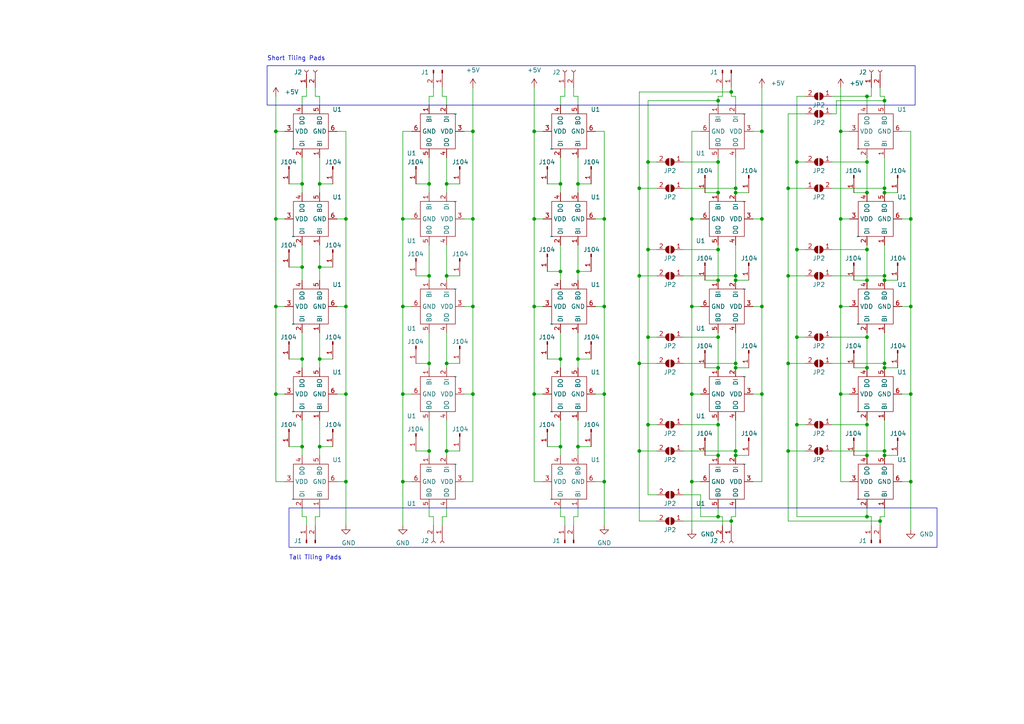
<source format=kicad_sch>
(kicad_sch (version 20230121) (generator eeschema)
  (paper "A4")
  (junction (at 167.64 53.34))
  (junction (at 87.63 104.14))
  (junction (at 208.28 81.28))
  (junction (at 185.42 130.81))
  (junction (at 137.16 88.9))
  (junction (at 137.16 38.1))
  (junction (at 124.46 80.01))
  (junction (at 213.36 105.41))
  (junction (at 231.14 72.39))
  (junction (at 137.16 63.5))
  (junction (at 256.54 54.61))
  (junction (at 187.96 72.39))
  (junction (at 80.01 88.9))
  (junction (at 154.94 38.1))
  (junction (at 124.46 53.34))
  (junction (at 213.36 130.81))
  (junction (at 187.96 123.19))
  (junction (at 251.46 149.86))
  (junction (at 208.28 149.86))
  (junction (at 154.94 88.9))
  (junction (at 92.71 77.47))
  (junction (at 175.26 63.5))
  (junction (at 154.94 114.3))
  (junction (at 243.84 114.3))
  (junction (at 200.66 114.3))
  (junction (at 175.26 88.9))
  (junction (at 213.36 54.61))
  (junction (at 231.14 123.19))
  (junction (at 208.28 123.19))
  (junction (at 231.14 97.79))
  (junction (at 256.54 29.21))
  (junction (at 100.33 114.3))
  (junction (at 208.28 29.21))
  (junction (at 167.64 104.14))
  (junction (at 256.54 55.88))
  (junction (at 208.28 97.79))
  (junction (at 251.46 81.28))
  (junction (at 208.28 46.99))
  (junction (at 251.46 123.19))
  (junction (at 162.56 104.14))
  (junction (at 228.6 54.61))
  (junction (at 220.98 38.1))
  (junction (at 208.28 55.88))
  (junction (at 264.16 88.9))
  (junction (at 213.36 80.01))
  (junction (at 116.84 139.7))
  (junction (at 208.28 72.39))
  (junction (at 231.14 46.99))
  (junction (at 124.46 130.81))
  (junction (at 264.16 139.7))
  (junction (at 200.66 139.7))
  (junction (at 185.42 80.01))
  (junction (at 92.71 104.14))
  (junction (at 213.36 106.68))
  (junction (at 187.96 97.79))
  (junction (at 80.01 63.5))
  (junction (at 256.54 106.68))
  (junction (at 100.33 88.9))
  (junction (at 162.56 53.34))
  (junction (at 187.96 46.99))
  (junction (at 87.63 53.34))
  (junction (at 129.54 80.01))
  (junction (at 100.33 63.5))
  (junction (at 167.64 78.74))
  (junction (at 200.66 63.5))
  (junction (at 80.01 114.3))
  (junction (at 175.26 139.7))
  (junction (at 256.54 130.81))
  (junction (at 256.54 132.08))
  (junction (at 243.84 88.9))
  (junction (at 220.98 114.3))
  (junction (at 220.98 63.5))
  (junction (at 129.54 130.81))
  (junction (at 124.46 105.41))
  (junction (at 116.84 88.9))
  (junction (at 251.46 72.39))
  (junction (at 116.84 63.5))
  (junction (at 256.54 80.01))
  (junction (at 87.63 77.47))
  (junction (at 92.71 53.34))
  (junction (at 213.36 55.88))
  (junction (at 162.56 78.74))
  (junction (at 251.46 55.88))
  (junction (at 256.54 81.28))
  (junction (at 213.36 81.28))
  (junction (at 200.66 88.9))
  (junction (at 243.84 63.5))
  (junction (at 243.84 38.1))
  (junction (at 80.01 38.1))
  (junction (at 220.98 88.9))
  (junction (at 175.26 114.3))
  (junction (at 251.46 27.94))
  (junction (at 162.56 129.54))
  (junction (at 129.54 105.41))
  (junction (at 116.84 114.3))
  (junction (at 100.33 139.7))
  (junction (at 251.46 97.79))
  (junction (at 264.16 114.3))
  (junction (at 264.16 63.5))
  (junction (at 251.46 106.68))
  (junction (at 251.46 132.08))
  (junction (at 185.42 54.61))
  (junction (at 213.36 132.08))
  (junction (at 167.64 129.54))
  (junction (at 87.63 129.54))
  (junction (at 251.46 46.99))
  (junction (at 185.42 105.41))
  (junction (at 256.54 105.41))
  (junction (at 228.6 105.41))
  (junction (at 208.28 106.68))
  (junction (at 208.28 132.08))
  (junction (at 228.6 130.81))
  (junction (at 212.09 26.67))
  (junction (at 212.09 151.13))
  (junction (at 92.71 129.54))
  (junction (at 255.27 151.13))
  (junction (at 154.94 63.5))
  (junction (at 129.54 53.34))
  (junction (at 137.16 114.3))
  (junction (at 228.6 80.01))
  (wire (pts (xy 162.56 104.14) (xy 162.56 96.52)))
  (wire (pts (xy 129.54 106.68) (xy 129.54 105.41)))
  (wire (pts (xy 228.6 130.81) (xy 228.6 105.41)))
  (wire (pts (xy 129.54 30.48) (xy 129.54 27.94)))
  (wire (pts (xy 231.14 46.99) (xy 231.14 27.94)))
  (wire (pts (xy 243.84 88.9) (xy 243.84 114.3)))
  (wire (pts (xy 154.94 63.5) (xy 154.94 88.9)))
  (wire (pts (xy 157.48 38.1) (xy 154.94 38.1)))
  (wire (pts (xy 162.56 78.74) (xy 162.56 71.12)))
  (wire (pts (xy 116.84 139.7) (xy 116.84 114.3)))
  (wire (pts (xy 129.54 81.28) (xy 129.54 80.01)))
  (wire (pts (xy 190.5 130.81) (xy 185.42 130.81)))
  (wire (pts (xy 125.73 149.86) (xy 124.46 149.86)))
  (wire (pts (xy 264.16 88.9) (xy 264.16 63.5)))
  (wire (pts (xy 256.54 54.61) (xy 241.3 54.61)))
  (wire (pts (xy 208.28 147.32) (xy 208.28 149.86)))
  (wire (pts (xy 233.68 123.19) (xy 231.14 123.19)))
  (wire (pts (xy 133.35 53.34) (xy 129.54 53.34)))
  (wire (pts (xy 231.14 72.39) (xy 231.14 46.99)))
  (wire (pts (xy 129.54 132.08) (xy 129.54 130.81)))
  (wire (pts (xy 204.47 106.68) (xy 208.28 106.68)))
  (wire (pts (xy 251.46 97.79) (xy 241.3 97.79)))
  (wire (pts (xy 187.96 46.99) (xy 187.96 29.21)))
  (wire (pts (xy 264.16 63.5) (xy 261.62 63.5)))
  (wire (pts (xy 251.46 46.99) (xy 251.46 45.72)))
  (wire (pts (xy 190.5 54.61) (xy 185.42 54.61)))
  (wire (pts (xy 83.82 53.34) (xy 87.63 53.34)))
  (wire (pts (xy 100.33 114.3) (xy 100.33 88.9)))
  (wire (pts (xy 247.65 55.88) (xy 251.46 55.88)))
  (wire (pts (xy 252.73 149.86) (xy 251.46 149.86)))
  (wire (pts (xy 264.16 139.7) (xy 264.16 153.67)))
  (wire (pts (xy 83.82 77.47) (xy 87.63 77.47)))
  (wire (pts (xy 120.65 80.01) (xy 124.46 80.01)))
  (wire (pts (xy 264.16 38.1) (xy 261.62 38.1)))
  (wire (pts (xy 100.33 63.5) (xy 100.33 38.1)))
  (wire (pts (xy 171.45 53.34) (xy 167.64 53.34)))
  (wire (pts (xy 185.42 80.01) (xy 185.42 54.61)))
  (wire (pts (xy 100.33 88.9) (xy 97.79 88.9)))
  (wire (pts (xy 129.54 105.41) (xy 129.54 96.52)))
  (wire (pts (xy 137.16 63.5) (xy 137.16 88.9)))
  (wire (pts (xy 208.28 106.68) (xy 208.28 97.79)))
  (wire (pts (xy 154.94 38.1) (xy 154.94 63.5)))
  (wire (pts (xy 251.46 30.48) (xy 251.46 27.94)))
  (wire (pts (xy 128.27 152.4) (xy 128.27 149.86)))
  (wire (pts (xy 162.56 129.54) (xy 162.56 121.92)))
  (wire (pts (xy 233.68 54.61) (xy 228.6 54.61)))
  (wire (pts (xy 251.46 123.19) (xy 251.46 121.92)))
  (wire (pts (xy 190.5 97.79) (xy 187.96 97.79)))
  (wire (pts (xy 91.44 149.86) (xy 92.71 149.86)))
  (wire (pts (xy 256.54 80.01) (xy 241.3 80.01)))
  (wire (pts (xy 212.09 25.4) (xy 212.09 26.67)))
  (wire (pts (xy 256.54 105.41) (xy 256.54 96.52)))
  (wire (pts (xy 167.64 30.48) (xy 167.64 27.94)))
  (wire (pts (xy 87.63 81.28) (xy 87.63 77.47)))
  (wire (pts (xy 100.33 139.7) (xy 100.33 152.4)))
  (wire (pts (xy 80.01 88.9) (xy 80.01 114.3)))
  (wire (pts (xy 256.54 130.81) (xy 241.3 130.81)))
  (wire (pts (xy 190.5 143.51) (xy 187.96 143.51)))
  (wire (pts (xy 175.26 114.3) (xy 175.26 88.9)))
  (wire (pts (xy 231.14 123.19) (xy 231.14 97.79)))
  (wire (pts (xy 212.09 152.4) (xy 212.09 151.13)))
  (wire (pts (xy 217.17 81.28) (xy 213.36 81.28)))
  (wire (pts (xy 247.65 106.68) (xy 251.46 106.68)))
  (wire (pts (xy 167.64 53.34) (xy 167.64 45.72)))
  (wire (pts (xy 217.17 55.88) (xy 213.36 55.88)))
  (wire (pts (xy 162.56 55.88) (xy 162.56 53.34)))
  (wire (pts (xy 208.28 72.39) (xy 208.28 71.12)))
  (wire (pts (xy 213.36 55.88) (xy 213.36 54.61)))
  (wire (pts (xy 256.54 30.48) (xy 256.54 29.21)))
  (wire (pts (xy 163.83 27.94) (xy 162.56 27.94)))
  (wire (pts (xy 87.63 129.54) (xy 87.63 121.92)))
  (wire (pts (xy 185.42 54.61) (xy 185.42 26.67)))
  (wire (pts (xy 116.84 139.7) (xy 116.84 152.4)))
  (wire (pts (xy 256.54 80.01) (xy 256.54 71.12)))
  (wire (pts (xy 129.54 53.34) (xy 129.54 45.72)))
  (wire (pts (xy 119.38 114.3) (xy 116.84 114.3)))
  (wire (pts (xy 158.75 78.74) (xy 162.56 78.74)))
  (wire (pts (xy 137.16 25.4) (xy 137.16 38.1)))
  (wire (pts (xy 213.36 54.61) (xy 213.36 45.72)))
  (wire (pts (xy 256.54 105.41) (xy 241.3 105.41)))
  (wire (pts (xy 166.37 27.94) (xy 167.64 27.94)))
  (wire (pts (xy 209.55 25.4) (xy 209.55 27.94)))
  (wire (pts (xy 190.5 46.99) (xy 187.96 46.99)))
  (wire (pts (xy 208.28 46.99) (xy 198.12 46.99)))
  (wire (pts (xy 246.38 88.9) (xy 243.84 88.9)))
  (wire (pts (xy 96.52 104.14) (xy 92.71 104.14)))
  (wire (pts (xy 204.47 55.88) (xy 208.28 55.88)))
  (wire (pts (xy 175.26 38.1) (xy 172.72 38.1)))
  (wire (pts (xy 200.66 88.9) (xy 200.66 63.5)))
  (wire (pts (xy 220.98 25.4) (xy 220.98 38.1)))
  (wire (pts (xy 217.17 132.08) (xy 213.36 132.08)))
  (wire (pts (xy 200.66 139.7) (xy 200.66 114.3)))
  (wire (pts (xy 92.71 106.68) (xy 92.71 104.14)))
  (wire (pts (xy 158.75 129.54) (xy 162.56 129.54)))
  (wire (pts (xy 80.01 38.1) (xy 80.01 63.5)))
  (wire (pts (xy 171.45 78.74) (xy 167.64 78.74)))
  (wire (pts (xy 246.38 63.5) (xy 243.84 63.5)))
  (wire (pts (xy 87.63 104.14) (xy 87.63 96.52)))
  (wire (pts (xy 128.27 27.94) (xy 129.54 27.94)))
  (wire (pts (xy 208.28 72.39) (xy 198.12 72.39)))
  (wire (pts (xy 125.73 152.4) (xy 125.73 149.86)))
  (wire (pts (xy 119.38 88.9) (xy 116.84 88.9)))
  (wire (pts (xy 251.46 81.28) (xy 251.46 72.39)))
  (wire (pts (xy 243.84 63.5) (xy 243.84 88.9)))
  (wire (pts (xy 260.35 55.88) (xy 256.54 55.88)))
  (wire (pts (xy 261.62 139.7) (xy 264.16 139.7)))
  (wire (pts (xy 213.36 81.28) (xy 213.36 80.01)))
  (wire (pts (xy 252.73 27.94) (xy 252.73 25.4)))
  (wire (pts (xy 256.54 81.28) (xy 256.54 80.01)))
  (wire (pts (xy 231.14 123.19) (xy 231.14 149.86)))
  (wire (pts (xy 91.44 152.4) (xy 91.44 149.86)))
  (wire (pts (xy 87.63 77.47) (xy 87.63 71.12)))
  (wire (pts (xy 119.38 63.5) (xy 116.84 63.5)))
  (wire (pts (xy 233.68 72.39) (xy 231.14 72.39)))
  (wire (pts (xy 171.45 129.54) (xy 167.64 129.54)))
  (wire (pts (xy 167.64 132.08) (xy 167.64 129.54)))
  (wire (pts (xy 190.5 80.01) (xy 185.42 80.01)))
  (wire (pts (xy 203.2 143.51) (xy 203.2 149.86)))
  (wire (pts (xy 80.01 139.7) (xy 82.55 139.7)))
  (wire (pts (xy 100.33 63.5) (xy 97.79 63.5)))
  (wire (pts (xy 119.38 139.7) (xy 116.84 139.7)))
  (wire (pts (xy 213.36 30.48) (xy 213.36 27.94)))
  (wire (pts (xy 137.16 88.9) (xy 137.16 114.3)))
  (wire (pts (xy 92.71 77.47) (xy 92.71 71.12)))
  (wire (pts (xy 208.28 29.21) (xy 208.28 27.94)))
  (wire (pts (xy 154.94 88.9) (xy 154.94 114.3)))
  (wire (pts (xy 213.36 105.41) (xy 198.12 105.41)))
  (wire (pts (xy 116.84 63.5) (xy 116.84 38.1)))
  (wire (pts (xy 185.42 130.81) (xy 185.42 105.41)))
  (wire (pts (xy 129.54 80.01) (xy 129.54 71.12)))
  (wire (pts (xy 220.98 88.9) (xy 220.98 114.3)))
  (wire (pts (xy 92.71 55.88) (xy 92.71 53.34)))
  (wire (pts (xy 175.26 139.7) (xy 175.26 152.4)))
  (wire (pts (xy 213.36 106.68) (xy 213.36 105.41)))
  (wire (pts (xy 162.56 30.48) (xy 162.56 27.94)))
  (wire (pts (xy 252.73 152.4) (xy 252.73 149.86)))
  (wire (pts (xy 158.75 53.34) (xy 162.56 53.34)))
  (wire (pts (xy 92.71 147.32) (xy 92.71 149.86)))
  (wire (pts (xy 133.35 130.81) (xy 129.54 130.81)))
  (wire (pts (xy 256.54 149.86) (xy 256.54 147.32)))
  (wire (pts (xy 185.42 105.41) (xy 185.42 80.01)))
  (wire (pts (xy 124.46 53.34) (xy 124.46 45.72)))
  (wire (pts (xy 80.01 88.9) (xy 82.55 88.9)))
  (wire (pts (xy 162.56 81.28) (xy 162.56 78.74)))
  (wire (pts (xy 187.96 123.19) (xy 187.96 97.79)))
  (wire (pts (xy 203.2 88.9) (xy 200.66 88.9)))
  (wire (pts (xy 260.35 106.68) (xy 256.54 106.68)))
  (wire (pts (xy 264.16 139.7) (xy 264.16 114.3)))
  (wire (pts (xy 233.68 80.01) (xy 228.6 80.01)))
  (wire (pts (xy 212.09 27.94) (xy 213.36 27.94)))
  (wire (pts (xy 260.35 132.08) (xy 256.54 132.08)))
  (wire (pts (xy 100.33 38.1) (xy 97.79 38.1)))
  (wire (pts (xy 213.36 105.41) (xy 213.36 96.52)))
  (wire (pts (xy 208.28 97.79) (xy 208.28 96.52)))
  (wire (pts (xy 154.94 63.5) (xy 157.48 63.5)))
  (wire (pts (xy 124.46 105.41) (xy 124.46 96.52)))
  (wire (pts (xy 220.98 38.1) (xy 220.98 63.5)))
  (wire (pts (xy 256.54 29.21) (xy 256.54 27.94)))
  (wire (pts (xy 218.44 114.3) (xy 220.98 114.3)))
  (wire (pts (xy 119.38 38.1) (xy 116.84 38.1)))
  (wire (pts (xy 97.79 139.7) (xy 100.33 139.7)))
  (wire (pts (xy 251.46 72.39) (xy 251.46 71.12)))
  (wire (pts (xy 134.62 114.3) (xy 137.16 114.3)))
  (wire (pts (xy 218.44 88.9) (xy 220.98 88.9)))
  (wire (pts (xy 185.42 26.67) (xy 212.09 26.67)))
  (wire (pts (xy 190.5 151.13) (xy 185.42 151.13)))
  (wire (pts (xy 218.44 139.7) (xy 220.98 139.7)))
  (wire (pts (xy 163.83 152.4) (xy 163.83 149.86)))
  (wire (pts (xy 213.36 132.08) (xy 213.36 130.81)))
  (wire (pts (xy 212.09 151.13) (xy 212.09 149.86)))
  (wire (pts (xy 87.63 147.32) (xy 87.63 149.86)))
  (wire (pts (xy 128.27 149.86) (xy 129.54 149.86)))
  (wire (pts (xy 231.14 27.94) (xy 233.68 27.94)))
  (wire (pts (xy 256.54 130.81) (xy 256.54 121.92)))
  (wire (pts (xy 203.2 143.51) (xy 198.12 143.51)))
  (wire (pts (xy 125.73 25.4) (xy 125.73 27.94)))
  (wire (pts (xy 203.2 139.7) (xy 200.66 139.7)))
  (wire (pts (xy 134.62 38.1) (xy 137.16 38.1)))
  (wire (pts (xy 209.55 152.4) (xy 209.55 149.86)))
  (wire (pts (xy 255.27 149.86) (xy 256.54 149.86)))
  (wire (pts (xy 162.56 147.32) (xy 162.56 149.86)))
  (wire (pts (xy 255.27 152.4) (xy 255.27 151.13)))
  (wire (pts (xy 208.28 123.19) (xy 198.12 123.19)))
  (wire (pts (xy 228.6 80.01) (xy 228.6 105.41)))
  (wire (pts (xy 96.52 53.34) (xy 92.71 53.34)))
  (wire (pts (xy 208.28 132.08) (xy 208.28 123.19)))
  (wire (pts (xy 190.5 72.39) (xy 187.96 72.39)))
  (wire (pts (xy 166.37 152.4) (xy 166.37 149.86)))
  (wire (pts (xy 256.54 132.08) (xy 256.54 130.81)))
  (wire (pts (xy 242.57 33.02) (xy 242.57 29.21)))
  (wire (pts (xy 162.56 106.68) (xy 162.56 104.14)))
  (wire (pts (xy 243.84 38.1) (xy 243.84 63.5)))
  (wire (pts (xy 204.47 81.28) (xy 208.28 81.28)))
  (wire (pts (xy 213.36 130.81) (xy 213.36 121.92)))
  (wire (pts (xy 200.66 63.5) (xy 200.66 38.1)))
  (wire (pts (xy 166.37 149.86) (xy 167.64 149.86)))
  (wire (pts (xy 260.35 81.28) (xy 256.54 81.28)))
  (wire (pts (xy 87.63 30.48) (xy 87.63 27.94)))
  (wire (pts (xy 247.65 81.28) (xy 251.46 81.28)))
  (wire (pts (xy 187.96 72.39) (xy 187.96 46.99)))
  (wire (pts (xy 213.36 54.61) (xy 198.12 54.61)))
  (wire (pts (xy 175.26 88.9) (xy 172.72 88.9)))
  (wire (pts (xy 162.56 53.34) (xy 162.56 45.72)))
  (wire (pts (xy 251.46 46.99) (xy 241.3 46.99)))
  (wire (pts (xy 124.46 55.88) (xy 124.46 53.34)))
  (wire (pts (xy 212.09 26.67) (xy 212.09 27.94)))
  (wire (pts (xy 243.84 114.3) (xy 243.84 139.7)))
  (wire (pts (xy 92.71 30.48) (xy 92.71 27.94)))
  (wire (pts (xy 91.44 25.4) (xy 91.44 27.94)))
  (wire (pts (xy 87.63 132.08) (xy 87.63 129.54)))
  (wire (pts (xy 208.28 30.48) (xy 208.28 29.21)))
  (wire (pts (xy 120.65 53.34) (xy 124.46 53.34)))
  (wire (pts (xy 137.16 38.1) (xy 137.16 63.5)))
  (wire (pts (xy 171.45 104.14) (xy 167.64 104.14)))
  (wire (pts (xy 154.94 139.7) (xy 157.48 139.7)))
  (wire (pts (xy 100.33 88.9) (xy 100.33 63.5)))
  (wire (pts (xy 203.2 114.3) (xy 200.66 114.3)))
  (wire (pts (xy 163.83 149.86) (xy 162.56 149.86)))
  (wire (pts (xy 213.36 130.81) (xy 198.12 130.81)))
  (wire (pts (xy 167.64 104.14) (xy 167.64 96.52)))
  (wire (pts (xy 255.27 151.13) (xy 255.27 149.86)))
  (wire (pts (xy 218.44 63.5) (xy 220.98 63.5)))
  (wire (pts (xy 83.82 129.54) (xy 87.63 129.54)))
  (wire (pts (xy 88.9 152.4) (xy 88.9 149.86)))
  (wire (pts (xy 251.46 55.88) (xy 251.46 46.99)))
  (wire (pts (xy 251.46 132.08) (xy 251.46 123.19)))
  (wire (pts (xy 154.94 114.3) (xy 154.94 139.7)))
  (wire (pts (xy 187.96 29.21) (xy 208.28 29.21)))
  (wire (pts (xy 233.68 33.02) (xy 228.6 33.02)))
  (wire (pts (xy 92.71 53.34) (xy 92.71 45.72)))
  (wire (pts (xy 233.68 130.81) (xy 228.6 130.81)))
  (wire (pts (xy 120.65 105.41) (xy 124.46 105.41)))
  (wire (pts (xy 255.27 151.13) (xy 228.6 151.13)))
  (wire (pts (xy 231.14 149.86) (xy 251.46 149.86)))
  (wire (pts (xy 209.55 27.94) (xy 208.28 27.94)))
  (wire (pts (xy 133.35 105.41) (xy 129.54 105.41)))
  (wire (pts (xy 228.6 105.41) (xy 233.68 105.41)))
  (wire (pts (xy 251.46 97.79) (xy 251.46 96.52)))
  (wire (pts (xy 204.47 132.08) (xy 208.28 132.08)))
  (wire (pts (xy 217.17 106.68) (xy 213.36 106.68)))
  (wire (pts (xy 185.42 151.13) (xy 185.42 130.81)))
  (wire (pts (xy 92.71 132.08) (xy 92.71 129.54)))
  (wire (pts (xy 172.72 139.7) (xy 175.26 139.7)))
  (wire (pts (xy 243.84 25.4) (xy 243.84 38.1)))
  (wire (pts (xy 167.64 81.28) (xy 167.64 78.74)))
  (wire (pts (xy 228.6 151.13) (xy 228.6 130.81)))
  (wire (pts (xy 80.01 27.94) (xy 80.01 38.1)))
  (wire (pts (xy 129.54 55.88) (xy 129.54 53.34)))
  (wire (pts (xy 87.63 106.68) (xy 87.63 104.14)))
  (wire (pts (xy 80.01 114.3) (xy 82.55 114.3)))
  (wire (pts (xy 125.73 27.94) (xy 124.46 27.94)))
  (wire (pts (xy 213.36 80.01) (xy 213.36 71.12)))
  (wire (pts (xy 124.46 130.81) (xy 124.46 121.92)))
  (wire (pts (xy 247.65 132.08) (xy 251.46 132.08)))
  (wire (pts (xy 256.54 106.68) (xy 256.54 105.41)))
  (wire (pts (xy 88.9 149.86) (xy 87.63 149.86)))
  (wire (pts (xy 200.66 114.3) (xy 200.66 88.9)))
  (wire (pts (xy 220.98 63.5) (xy 220.98 88.9)))
  (wire (pts (xy 124.46 106.68) (xy 124.46 105.41)))
  (wire (pts (xy 200.66 139.7) (xy 200.66 153.67)))
  (wire (pts (xy 124.46 132.08) (xy 124.46 130.81)))
  (wire (pts (xy 212.09 149.86) (xy 213.36 149.86)))
  (wire (pts (xy 208.28 55.88) (xy 208.28 46.99)))
  (wire (pts (xy 251.46 106.68) (xy 251.46 97.79)))
  (wire (pts (xy 96.52 129.54) (xy 92.71 129.54)))
  (wire (pts (xy 92.71 81.28) (xy 92.71 77.47)))
  (wire (pts (xy 264.16 88.9) (xy 261.62 88.9)))
  (wire (pts (xy 167.64 106.68) (xy 167.64 104.14)))
  (wire (pts (xy 124.46 147.32) (xy 124.46 149.86)))
  (wire (pts (xy 124.46 81.28) (xy 124.46 80.01)))
  (wire (pts (xy 256.54 55.88) (xy 256.54 54.61)))
  (wire (pts (xy 91.44 27.94) (xy 92.71 27.94)))
  (wire (pts (xy 137.16 114.3) (xy 137.16 139.7)))
  (wire (pts (xy 167.64 78.74) (xy 167.64 71.12)))
  (wire (pts (xy 228.6 33.02) (xy 228.6 54.61)))
  (wire (pts (xy 82.55 38.1) (xy 80.01 38.1)))
  (wire (pts (xy 175.26 63.5) (xy 172.72 63.5)))
  (wire (pts (xy 264.16 63.5) (xy 264.16 38.1)))
  (wire (pts (xy 116.84 114.3) (xy 116.84 88.9)))
  (wire (pts (xy 208.28 123.19) (xy 208.28 121.92)))
  (wire (pts (xy 83.82 104.14) (xy 87.63 104.14)))
  (wire (pts (xy 246.38 114.3) (xy 243.84 114.3)))
  (wire (pts (xy 203.2 38.1) (xy 200.66 38.1)))
  (wire (pts (xy 228.6 54.61) (xy 228.6 80.01)))
  (wire (pts (xy 233.68 97.79) (xy 231.14 97.79)))
  (wire (pts (xy 208.28 97.79) (xy 198.12 97.79)))
  (wire (pts (xy 163.83 25.4) (xy 163.83 27.94)))
  (wire (pts (xy 213.36 147.32) (xy 213.36 149.86)))
  (wire (pts (xy 100.33 114.3) (xy 97.79 114.3)))
  (wire (pts (xy 264.16 114.3) (xy 264.16 88.9)))
  (wire (pts (xy 124.46 30.48) (xy 124.46 27.94)))
  (wire (pts (xy 134.62 88.9) (xy 137.16 88.9)))
  (wire (pts (xy 256.54 54.61) (xy 256.54 45.72)))
  (wire (pts (xy 129.54 130.81) (xy 129.54 121.92)))
  (wire (pts (xy 190.5 123.19) (xy 187.96 123.19)))
  (wire (pts (xy 190.5 105.41) (xy 185.42 105.41)))
  (wire (pts (xy 133.35 80.01) (xy 129.54 80.01)))
  (wire (pts (xy 252.73 27.94) (xy 251.46 27.94)))
  (wire (pts (xy 154.94 25.4) (xy 154.94 38.1)))
  (wire (pts (xy 124.46 80.01) (xy 124.46 71.12)))
  (wire (pts (xy 203.2 63.5) (xy 200.66 63.5)))
  (wire (pts (xy 213.36 80.01) (xy 198.12 80.01)))
  (wire (pts (xy 92.71 104.14) (xy 92.71 96.52)))
  (wire (pts (xy 203.2 149.86) (xy 208.28 149.86)))
  (wire (pts (xy 209.55 149.86) (xy 208.28 149.86)))
  (wire (pts (xy 241.3 33.02) (xy 242.57 33.02)))
  (wire (pts (xy 134.62 63.5) (xy 137.16 63.5)))
  (wire (pts (xy 256.54 29.21) (xy 242.57 29.21)))
  (wire (pts (xy 251.46 72.39) (xy 241.3 72.39)))
  (wire (pts (xy 175.26 139.7) (xy 175.26 114.3)))
  (wire (pts (xy 80.01 63.5) (xy 82.55 63.5)))
  (wire (pts (xy 129.54 147.32) (xy 129.54 149.86)))
  (wire (pts (xy 154.94 88.9) (xy 157.48 88.9)))
  (wire (pts (xy 243.84 139.7) (xy 246.38 139.7)))
  (wire (pts (xy 231.14 97.79) (xy 231.14 72.39)))
  (wire (pts (xy 255.27 27.94) (xy 256.54 27.94)))
  (wire (pts (xy 208.28 81.28) (xy 208.28 72.39)))
  (wire (pts (xy 96.52 77.47) (xy 92.71 77.47)))
  (wire (pts (xy 128.27 25.4) (xy 128.27 27.94)))
  (wire (pts (xy 134.62 139.7) (xy 137.16 139.7)))
  (wire (pts (xy 175.26 114.3) (xy 172.72 114.3)))
  (wire (pts (xy 255.27 27.94) (xy 255.27 25.4)))
  (wire (pts (xy 246.38 38.1) (xy 243.84 38.1)))
  (wire (pts (xy 87.63 55.88) (xy 87.63 53.34)))
  (wire (pts (xy 251.46 147.32) (xy 251.46 149.86)))
  (wire (pts (xy 251.46 27.94) (xy 241.3 27.94)))
  (wire (pts (xy 166.37 25.4) (xy 166.37 27.94)))
  (wire (pts (xy 187.96 143.51) (xy 187.96 123.19)))
  (wire (pts (xy 167.64 55.88) (xy 167.64 53.34)))
  (wire (pts (xy 208.28 46.99) (xy 208.28 45.72)))
  (wire (pts (xy 162.56 132.08) (xy 162.56 129.54)))
  (wire (pts (xy 251.46 123.19) (xy 241.3 123.19)))
  (wire (pts (xy 116.84 88.9) (xy 116.84 63.5)))
  (wire (pts (xy 88.9 27.94) (xy 87.63 27.94)))
  (wire (pts (xy 175.26 88.9) (xy 175.26 63.5)))
  (wire (pts (xy 88.9 25.4) (xy 88.9 27.94)))
  (wire (pts (xy 233.68 46.99) (xy 231.14 46.99)))
  (wire (pts (xy 80.01 114.3) (xy 80.01 139.7)))
  (wire (pts (xy 158.75 104.14) (xy 162.56 104.14)))
  (wire (pts (xy 92.71 129.54) (xy 92.71 121.92)))
  (wire (pts (xy 154.94 114.3) (xy 157.48 114.3)))
  (wire (pts (xy 187.96 97.79) (xy 187.96 72.39)))
  (wire (pts (xy 100.33 139.7) (xy 100.33 114.3)))
  (wire (pts (xy 220.98 114.3) (xy 220.98 139.7)))
  (wire (pts (xy 120.65 130.81) (xy 124.46 130.81)))
  (wire (pts (xy 212.09 151.13) (xy 198.12 151.13)))
  (wire (pts (xy 218.44 38.1) (xy 220.98 38.1)))
  (wire (pts (xy 167.64 129.54) (xy 167.64 121.92)))
  (wire (pts (xy 167.64 147.32) (xy 167.64 149.86)))
  (wire (pts (xy 264.16 114.3) (xy 261.62 114.3)))
  (wire (pts (xy 175.26 63.5) (xy 175.26 38.1)))
  (wire (pts (xy 87.63 53.34) (xy 87.63 45.72)))
  (wire (pts (xy 80.01 63.5) (xy 80.01 88.9)))
  (rectangle (start 83.82 147.32) (end 271.78 158.75))
  (rectangle (start 77.47 19.05) (end 265.43 30.48))
  (text "Short Tiling Pads\n" (at 77.47 17.78 0) (effects (font (size 1.27 1.27)) (justify left bottom)))
  (text "Tall Tiling Pads\n" (at 83.82 162.56 0) (effects (font (size 1.27 1.27)) (justify left bottom)))
  (symbol (lib_id "Connector:Conn_01x01_Pin") (at 204.47 50.8 270) (unit 1)
    (property "Reference" "J104" (at 201.93 49.53 90) (effects (justify left)))
    (property "Value" "Conn_01x01_Pin" (effects hide))
    (property "Footprint" "Dustins_Footprints:Test Pad" (effects hide))
    (instances (project "Center_Flex_V1" (path "" (reference "J104") (unit 1))) (project "Tiling_Flex_V1" (path "" (reference "J15") (unit 1)) (path "" (reference "J131") (unit 1)) (path "" (reference "J133") (unit 1))))
  )
  (symbol (lib_id "Connector:Conn_01x02_Pin") (at 128.27 20.32 270) (unit 1)
    (property "Reference" "J1" (at 124.46 20.955 90) (effects (justify right)))
    (property "Value" "Conn_01x02_Pin" (effects hide))
    (property "Footprint" "Dustins_Footprints:Snowboard_Flex_Solder_pad_short" (effects hide))
    (instances (project "Tiling_Flex_V1" (path "" (reference "J1") (unit 1)) (path "" (reference "J52") (unit 1)) (path "" (reference "J80") (unit 1))))
  )
  (symbol (lib_id "Connector:Conn_01x01_Pin") (at 133.35 74.93 90) (mirror x) (unit 1)
    (property "Reference" "J104" (at 135.89 73.66 90) (effects (justify left)))
    (property "Value" "Conn_01x01_Pin" (effects hide))
    (property "Footprint" "Dustins_Footprints:Test Pad" (effects hide))
    (instances (project "Center_Flex_V1" (path "" (reference "J104") (unit 1))) (project "Tiling_Flex_V1" (path "" (reference "J15") (unit 1)) (path "" (reference "J104") (unit 1)) (path "" (reference "J106") (unit 1))))
  )
  (symbol (lib_id "Connector:Conn_01x02_Pin") (at 88.9 157.48 90) (unit 1)
    (property "Reference" "J1" (at 87.63 156.845 90) (effects (justify left)))
    (property "Value" "Conn_01x02_Pin" (effects hide))
    (property "Footprint" "Dustins_Footprints:Snowboard_Flex_Solder_Pad" (effects hide))
    (instances (project "Tiling_Flex_V1" (path "" (reference "J1") (unit 1)) (path "" (reference "J49") (unit 1)) (path "" (reference "J77") (unit 1))))
  )
  (symbol (lib_id "Connector:Conn_01x01_Pin") (at 260.35 50.8 90) (mirror x) (unit 1)
    (property "Reference" "J104" (at 262.89 49.53 90) (effects (justify left)))
    (property "Value" "Conn_01x01_Pin" (effects hide))
    (property "Footprint" "Dustins_Footprints:Test Pad" (effects hide))
    (instances (project "Center_Flex_V1" (path "" (reference "J104") (unit 1))) (project "Tiling_Flex_V1" (path "" (reference "J15") (unit 1)) (path "" (reference "J148") (unit 1)) (path "" (reference "J150") (unit 1))))
  )
  (symbol (lib_id "Jumper:SolderJumper_2_Open") (at 194.31 46.99 180) (unit 1)
    (property "Reference" "JP2" (at 194.31 49.53 0))
    (property "Value" "SolderJumper_2_Open" (effects hide))
    (property "Footprint" "Jumper:SolderJumper-2_P1.3mm_Open_RoundedPad1.0x1.5mm" (effects hide))
    (instances (project "Tiling_Flex_V1" (path "" (reference "JP2") (unit 1)) (path "" (reference "JP1") (unit 1)) (path "" (reference "JP10") (unit 1)) (path "" (reference "JP28") (unit 1))))
  )
  (symbol (lib_id "Jumper:SolderJumper_2_Open") (at 237.49 130.81 180) (unit 1)
    (property "Reference" "JP2" (at 237.49 133.35 0))
    (property "Value" "SolderJumper_2_Open" (effects hide))
    (property "Footprint" "Jumper:SolderJumper-2_P1.3mm_Open_RoundedPad1.0x1.5mm" (effects hide))
    (instances (project "Tiling_Flex_V1" (path "" (reference "JP2") (unit 1)) (path "" (reference "JP1") (unit 1)) (path "" (reference "JP11") (unit 1)) (path "" (reference "JP29") (unit 1))))
  )
  (symbol (lib_id "power:GND") (at 100.33 152.4 0) (unit 1)
    (property "Reference" "#PWR045" (effects hide))
    (property "Value" "GND" (at 99.06 157.48 0) (effects (justify left)))
    (instances (project "Tiling_Flex_V1" (path "" (reference "#PWR045") (unit 1)) (path "" (reference "#PWR019") (unit 1))))
  )
  (symbol (lib_id "power:+5V") (at 80.01 27.94 0) (unit 1)
    (property "Reference" "#PWR046" (effects hide))
    (property "Value" "+5V" (at 82.55 26.67 0) (effects (justify left)))
    (instances (project "Tiling_Flex_V1" (path "" (reference "#PWR046") (unit 1)) (path "" (reference "#PWR020") (unit 1))))
  )
  (symbol (lib_id "Dustins_Symbols:WS2816C") (at 160.02 68.58 0) (unit 1)
    (property "Reference" "U1" (at 172.72 57.15 0))
    (property "Value" "~" (at 160.02 68.58 0))
    (property "Footprint" "Dustins_Footprints:WS2816-2121" (effects hide))
    (property "Datasheet" "https://www.lcsc.com/datasheet/lcsc_datasheet_2012110135_Worldsemi-WS2816C-2121_C965561.pdf" (effects hide))
    (instances (project "Tiling_Flex_V1" (path "" (reference "U1") (unit 1)) (path "" (reference "U54") (unit 1)) (path "" (reference "U119") (unit 1))))
  )
  (symbol (lib_id "Connector:Conn_01x01_Pin") (at 217.17 127 90) (mirror x) (unit 1)
    (property "Reference" "J104" (at 219.71 125.73 90) (effects (justify left)))
    (property "Value" "Conn_01x01_Pin" (effects hide))
    (property "Footprint" "Dustins_Footprints:Test Pad" (effects hide))
    (instances (project "Center_Flex_V1" (path "" (reference "J104") (unit 1))) (project "Tiling_Flex_V1" (path "" (reference "J15") (unit 1)) (path "" (reference "J144") (unit 1)) (path "" (reference "J146") (unit 1))))
  )
  (symbol (lib_id "Dustins_Symbols:WS2816C") (at 85.09 119.38 0) (unit 1)
    (property "Reference" "U1" (at 97.79 107.95 0))
    (property "Value" "~" (at 85.09 119.38 0))
    (property "Footprint" "Dustins_Footprints:WS2816-2121" (effects hide))
    (property "Datasheet" "https://www.lcsc.com/datasheet/lcsc_datasheet_2012110135_Worldsemi-WS2816C-2121_C965561.pdf" (effects hide))
    (instances (project "Tiling_Flex_V1" (path "" (reference "U1") (unit 1)) (path "" (reference "U42") (unit 1)) (path "" (reference "U107") (unit 1))))
  )
  (symbol (lib_id "Dustins_Symbols:WS2816C") (at 215.9 109.22 180) (unit 1)
    (property "Reference" "U1" (at 203.2 120.65 0))
    (property "Value" "~" (at 215.9 109.22 0))
    (property "Footprint" "Dustins_Footprints:WS2816-2121" (effects hide))
    (property "Datasheet" "https://www.lcsc.com/datasheet/lcsc_datasheet_2012110135_Worldsemi-WS2816C-2121_C965561.pdf" (effects hide))
    (instances (project "Tiling_Flex_V1" (path "" (reference "U1") (unit 1)) (path "" (reference "U57") (unit 1)) (path "" (reference "U122") (unit 1))))
  )
  (symbol (lib_id "Jumper:SolderJumper_2_Open") (at 237.49 46.99 180) (unit 1)
    (property "Reference" "JP2" (at 237.49 49.53 0))
    (property "Value" "SolderJumper_2_Open" (effects hide))
    (property "Footprint" "Jumper:SolderJumper-2_P1.3mm_Open_RoundedPad1.0x1.5mm" (effects hide))
    (instances (project "Tiling_Flex_V1" (path "" (reference "JP2") (unit 1)) (path "" (reference "JP1") (unit 1)) (path "" (reference "JP18") (unit 1)) (path "" (reference "JP36") (unit 1))))
  )
  (symbol (lib_id "Connector:Conn_01x01_Pin") (at 217.17 50.8 90) (mirror x) (unit 1)
    (property "Reference" "J104" (at 219.71 49.53 90) (effects (justify left)))
    (property "Value" "Conn_01x01_Pin" (effects hide))
    (property "Footprint" "Dustins_Footprints:Test Pad" (effects hide))
    (instances (project "Center_Flex_V1" (path "" (reference "J104") (unit 1))) (project "Tiling_Flex_V1" (path "" (reference "J15") (unit 1)) (path "" (reference "J132") (unit 1)) (path "" (reference "J134") (unit 1))))
  )
  (symbol (lib_id "Dustins_Symbols:WS2816C") (at 215.9 58.42 180) (unit 1)
    (property "Reference" "U1" (at 203.2 69.85 0))
    (property "Value" "~" (at 215.9 58.42 0))
    (property "Footprint" "Dustins_Footprints:WS2816-2121" (effects hide))
    (property "Datasheet" "https://www.lcsc.com/datasheet/lcsc_datasheet_2012110135_Worldsemi-WS2816C-2121_C965561.pdf" (effects hide))
    (instances (project "Tiling_Flex_V1" (path "" (reference "U1") (unit 1)) (path "" (reference "U59") (unit 1)) (path "" (reference "U124") (unit 1))))
  )
  (symbol (lib_id "Jumper:SolderJumper_2_Open") (at 237.49 105.41 180) (unit 1)
    (property "Reference" "JP2" (at 237.49 107.95 0))
    (property "Value" "SolderJumper_2_Open" (effects hide))
    (property "Footprint" "Jumper:SolderJumper-2_P1.3mm_Open_RoundedPad1.0x1.5mm" (effects hide))
    (instances (project "Tiling_Flex_V1" (path "" (reference "JP2") (unit 1)) (path "" (reference "JP1") (unit 1)) (path "" (reference "JP13") (unit 1)) (path "" (reference "JP31") (unit 1))))
  )
  (symbol (lib_id "Connector:Conn_01x01_Pin") (at 171.45 124.46 90) (mirror x) (unit 1)
    (property "Reference" "J104" (at 173.99 123.19 90) (effects (justify left)))
    (property "Value" "Conn_01x01_Pin" (effects hide))
    (property "Footprint" "Dustins_Footprints:Test Pad" (effects hide))
    (instances (project "Center_Flex_V1" (path "" (reference "J104") (unit 1))) (project "Tiling_Flex_V1" (path "" (reference "J15") (unit 1)) (path "" (reference "J116") (unit 1)) (path "" (reference "J118") (unit 1))))
  )
  (symbol (lib_id "Dustins_Symbols:WS2816C") (at 248.92 68.58 0) (unit 1)
    (property "Reference" "U1" (at 261.62 57.15 0))
    (property "Value" "~" (at 248.92 68.58 0))
    (property "Footprint" "Dustins_Footprints:WS2816-2121" (effects hide))
    (property "Datasheet" "https://www.lcsc.com/datasheet/lcsc_datasheet_2012110135_Worldsemi-WS2816C-2121_C965561.pdf" (effects hide))
    (instances (project "Tiling_Flex_V1" (path "" (reference "U1") (unit 1)) (path "" (reference "U64") (unit 1)) (path "" (reference "U129") (unit 1))))
  )
  (symbol (lib_id "Connector:Conn_01x02_Socket") (at 212.09 157.48 270) (unit 1)
    (property "Reference" "J2" (at 208.28 156.845 90) (effects (justify right)))
    (property "Value" "Conn_01x02_Socket" (effects hide))
    (property "Footprint" "Dustins_Footprints:Snowboard_Flex_Solder_Pad" (effects hide))
    (instances (project "Tiling_Flex_V1" (path "" (reference "J2") (unit 1)) (path "" (reference "J55") (unit 1)) (path "" (reference "J83") (unit 1))))
  )
  (symbol (lib_id "Connector:Conn_01x01_Pin") (at 96.52 124.46 90) (mirror x) (unit 1)
    (property "Reference" "J104" (at 99.06 123.19 90) (effects (justify left)))
    (property "Value" "Conn_01x01_Pin" (effects hide))
    (property "Footprint" "Dustins_Footprints:Test Pad" (effects hide))
    (instances (project "Center_Flex_V1" (path "" (reference "J104") (unit 1))) (project "Tiling_Flex_V1" (path "" (reference "J15") (unit 1)) (path "" (reference "J96") (unit 1)) (path "" (reference "J98") (unit 1))))
  )
  (symbol (lib_id "Dustins_Symbols:WS2816C") (at 215.9 83.82 180) (unit 1)
    (property "Reference" "U1" (at 203.2 95.25 0))
    (property "Value" "~" (at 215.9 83.82 0))
    (property "Footprint" "Dustins_Footprints:WS2816-2121" (effects hide))
    (property "Datasheet" "https://www.lcsc.com/datasheet/lcsc_datasheet_2012110135_Worldsemi-WS2816C-2121_C965561.pdf" (effects hide))
    (instances (project "Tiling_Flex_V1" (path "" (reference "U1") (unit 1)) (path "" (reference "U58") (unit 1)) (path "" (reference "U123") (unit 1))))
  )
  (symbol (lib_id "Dustins_Symbols:WS2816C") (at 248.92 119.38 0) (unit 1)
    (property "Reference" "U1" (at 261.62 107.95 0))
    (property "Value" "~" (at 248.92 119.38 0))
    (property "Footprint" "Dustins_Footprints:WS2816-2121" (effects hide))
    (property "Datasheet" "https://www.lcsc.com/datasheet/lcsc_datasheet_2012110135_Worldsemi-WS2816C-2121_C965561.pdf" (effects hide))
    (instances (project "Tiling_Flex_V1" (path "" (reference "U1") (unit 1)) (path "" (reference "U62") (unit 1)) (path "" (reference "U127") (unit 1))))
  )
  (symbol (lib_id "Jumper:SolderJumper_2_Open") (at 194.31 130.81 180) (unit 1)
    (property "Reference" "JP2" (at 194.31 133.35 0))
    (property "Value" "SolderJumper_2_Open" (effects hide))
    (property "Footprint" "Jumper:SolderJumper-2_P1.3mm_Open_RoundedPad1.0x1.5mm" (effects hide))
    (instances (project "Tiling_Flex_V1" (path "" (reference "JP2") (unit 1)) (path "" (reference "JP1") (unit 1)) (path "" (reference "JP3") (unit 1)) (path "" (reference "JP21") (unit 1))))
  )
  (symbol (lib_id "Connector:Conn_01x01_Pin") (at 83.82 48.26 270) (unit 1)
    (property "Reference" "J104" (at 81.28 46.99 90) (effects (justify left)))
    (property "Value" "Conn_01x01_Pin" (effects hide))
    (property "Footprint" "Dustins_Footprints:Test Pad" (effects hide))
    (instances (project "Center_Flex_V1" (path "" (reference "J104") (unit 1))) (project "Tiling_Flex_V1" (path "" (reference "J15") (unit 1)) (path "" (reference "J47") (unit 1)) (path "" (reference "J48") (unit 1))))
  )
  (symbol (lib_id "Dustins_Symbols:WS2816C") (at 85.09 43.18 0) (unit 1)
    (property "Reference" "U1" (at 97.79 31.75 0))
    (property "Value" "~" (at 85.09 43.18 0))
    (property "Footprint" "Dustins_Footprints:WS2816-2121" (effects hide))
    (property "Datasheet" "https://www.lcsc.com/datasheet/lcsc_datasheet_2012110135_Worldsemi-WS2816C-2121_C965561.pdf" (effects hide))
    (instances (project "Tiling_Flex_V1" (path "" (reference "U1") (unit 1)) (path "" (reference "U45") (unit 1)) (path "" (reference "U110") (unit 1))))
  )
  (symbol (lib_id "Connector:Conn_01x01_Pin") (at 204.47 76.2 270) (unit 1)
    (property "Reference" "J104" (at 201.93 74.93 90) (effects (justify left)))
    (property "Value" "Conn_01x01_Pin" (effects hide))
    (property "Footprint" "Dustins_Footprints:Test Pad" (effects hide))
    (instances (project "Center_Flex_V1" (path "" (reference "J104") (unit 1))) (project "Tiling_Flex_V1" (path "" (reference "J15") (unit 1)) (path "" (reference "J135") (unit 1)) (path "" (reference "J137") (unit 1))))
  )
  (symbol (lib_id "power:GND") (at 175.26 152.4 0) (unit 1)
    (property "Reference" "#PWR048" (effects hide))
    (property "Value" "GND" (at 175.26 157.48 0))
    (instances (project "Tiling_Flex_V1" (path "" (reference "#PWR048") (unit 1)) (path "" (reference "#PWR022") (unit 1))))
  )
  (symbol (lib_id "Dustins_Symbols:WS2816C") (at 160.02 43.18 0) (unit 1)
    (property "Reference" "U1" (at 172.72 31.75 0))
    (property "Value" "~" (at 160.02 43.18 0))
    (property "Footprint" "Dustins_Footprints:WS2816-2121" (effects hide))
    (property "Datasheet" "https://www.lcsc.com/datasheet/lcsc_datasheet_2012110135_Worldsemi-WS2816C-2121_C965561.pdf" (effects hide))
    (instances (project "Tiling_Flex_V1" (path "" (reference "U1") (unit 1)) (path "" (reference "U55") (unit 1)) (path "" (reference "U120") (unit 1))))
  )
  (symbol (lib_id "Connector:Conn_01x02_Socket") (at 88.9 20.32 90) (unit 1)
    (property "Reference" "J2" (at 87.63 20.955 90) (effects (justify left)))
    (property "Value" "Conn_01x02_Socket" (effects hide))
    (property "Footprint" "Dustins_Footprints:Snowboard_Flex_Solder_pad_short" (effects hide))
    (instances (project "Tiling_Flex_V1" (path "" (reference "J2") (unit 1)) (path "" (reference "J50") (unit 1)) (path "" (reference "J78") (unit 1))))
  )
  (symbol (lib_id "Connector:Conn_01x01_Pin") (at 217.17 76.2 90) (mirror x) (unit 1)
    (property "Reference" "J104" (at 219.71 74.93 90) (effects (justify left)))
    (property "Value" "Conn_01x01_Pin" (effects hide))
    (property "Footprint" "Dustins_Footprints:Test Pad" (effects hide))
    (instances (project "Center_Flex_V1" (path "" (reference "J104") (unit 1))) (project "Tiling_Flex_V1" (path "" (reference "J15") (unit 1)) (path "" (reference "J136") (unit 1)) (path "" (reference "J138") (unit 1))))
  )
  (symbol (lib_id "Connector:Conn_01x01_Pin") (at 158.75 124.46 270) (unit 1)
    (property "Reference" "J104" (at 156.21 123.19 90) (effects (justify left)))
    (property "Value" "Conn_01x01_Pin" (effects hide))
    (property "Footprint" "Dustins_Footprints:Test Pad" (effects hide))
    (instances (project "Center_Flex_V1" (path "" (reference "J104") (unit 1))) (project "Tiling_Flex_V1" (path "" (reference "J15") (unit 1)) (path "" (reference "J115") (unit 1)) (path "" (reference "J117") (unit 1))))
  )
  (symbol (lib_id "Connector:Conn_01x01_Pin") (at 204.47 127 270) (unit 1)
    (property "Reference" "J104" (at 201.93 125.73 90) (effects (justify left)))
    (property "Value" "Conn_01x01_Pin" (effects hide))
    (property "Footprint" "Dustins_Footprints:Test Pad" (effects hide))
    (instances (project "Center_Flex_V1" (path "" (reference "J104") (unit 1))) (project "Tiling_Flex_V1" (path "" (reference "J15") (unit 1)) (path "" (reference "J143") (unit 1)) (path "" (reference "J145") (unit 1))))
  )
  (symbol (lib_id "Connector:Conn_01x01_Pin") (at 133.35 48.26 90) (mirror x) (unit 1)
    (property "Reference" "J104" (at 135.89 46.99 90) (effects (justify left)))
    (property "Value" "Conn_01x01_Pin" (effects hide))
    (property "Footprint" "Dustins_Footprints:Test Pad" (effects hide))
    (instances (project "Center_Flex_V1" (path "" (reference "J104") (unit 1))) (project "Tiling_Flex_V1" (path "" (reference "J15") (unit 1)) (path "" (reference "J100") (unit 1)) (path "" (reference "J102") (unit 1))))
  )
  (symbol (lib_id "Jumper:SolderJumper_2_Open") (at 237.49 97.79 180) (unit 1)
    (property "Reference" "JP2" (at 237.49 100.33 0))
    (property "Value" "SolderJumper_2_Open" (effects hide))
    (property "Footprint" "Jumper:SolderJumper-2_P1.3mm_Open_RoundedPad1.0x1.5mm" (effects hide))
    (instances (project "Tiling_Flex_V1" (path "" (reference "JP2") (unit 1)) (path "" (reference "JP1") (unit 1)) (path "" (reference "JP14") (unit 1)) (path "" (reference "JP32") (unit 1))))
  )
  (symbol (lib_id "Connector:Conn_01x01_Pin") (at 260.35 101.6 90) (mirror x) (unit 1)
    (property "Reference" "J104" (at 262.89 100.33 90) (effects (justify left)))
    (property "Value" "Conn_01x01_Pin" (effects hide))
    (property "Footprint" "Dustins_Footprints:Test Pad" (effects hide))
    (instances (project "Center_Flex_V1" (path "" (reference "J104") (unit 1))) (project "Tiling_Flex_V1" (path "" (reference "J15") (unit 1)) (path "" (reference "J156") (unit 1)) (path "" (reference "J158") (unit 1))))
  )
  (symbol (lib_id "Dustins_Symbols:WS2816C") (at 132.08 33.02 180) (unit 1)
    (property "Reference" "U1" (at 119.38 44.45 0))
    (property "Value" "~" (at 132.08 33.02 0))
    (property "Footprint" "Dustins_Footprints:WS2816-2121" (effects hide))
    (property "Datasheet" "https://www.lcsc.com/datasheet/lcsc_datasheet_2012110135_Worldsemi-WS2816C-2121_C965561.pdf" (effects hide))
    (instances (project "Tiling_Flex_V1" (path "" (reference "U1") (unit 1)) (path "" (reference "U50") (unit 1)) (path "" (reference "U115") (unit 1))))
  )
  (symbol (lib_id "Dustins_Symbols:WS2816C") (at 160.02 144.78 0) (unit 1)
    (property "Reference" "U1" (at 172.72 133.35 0))
    (property "Value" "~" (at 160.02 144.78 0))
    (property "Footprint" "Dustins_Footprints:WS2816-2121" (effects hide))
    (property "Datasheet" "https://www.lcsc.com/datasheet/lcsc_datasheet_2012110135_Worldsemi-WS2816C-2121_C965561.pdf" (effects hide))
    (instances (project "Tiling_Flex_V1" (path "" (reference "U1") (unit 1)) (path "" (reference "U51") (unit 1)) (path "" (reference "U116") (unit 1))))
  )
  (symbol (lib_id "Jumper:SolderJumper_2_Open") (at 194.31 143.51 180) (unit 1)
    (property "Reference" "JP2" (at 194.31 146.05 0))
    (property "Value" "SolderJumper_2_Open" (effects hide))
    (property "Footprint" "Jumper:SolderJumper-2_P1.3mm_Open_RoundedPad1.0x1.5mm" (effects hide))
    (instances (project "Tiling_Flex_V1" (path "" (reference "JP2") (unit 1)) (path "" (reference "JP1") (unit 1)) (path "" (reference "JP38") (unit 1)) (path "" (reference "JP40") (unit 1))))
  )
  (symbol (lib_id "Connector:Conn_01x02_Pin") (at 252.73 157.48 90) (unit 1)
    (property "Reference" "J1" (at 251.46 156.845 90) (effects (justify left)))
    (property "Value" "Conn_01x02_Pin" (effects hide))
    (property "Footprint" "Dustins_Footprints:Snowboard_Flex_Solder_Pad" (effects hide))
    (instances (project "Tiling_Flex_V1" (path "" (reference "J1") (unit 1)) (path "" (reference "J57") (unit 1)) (path "" (reference "J85") (unit 1))))
  )
  (symbol (lib_id "Dustins_Symbols:WS2816C") (at 85.09 68.58 0) (unit 1)
    (property "Reference" "U1" (at 97.79 57.15 0))
    (property "Value" "~" (at 85.09 68.58 0))
    (property "Footprint" "Dustins_Footprints:WS2816-2121" (effects hide))
    (property "Datasheet" "https://www.lcsc.com/datasheet/lcsc_datasheet_2012110135_Worldsemi-WS2816C-2121_C965561.pdf" (effects hide))
    (instances (project "Tiling_Flex_V1" (path "" (reference "U1") (unit 1)) (path "" (reference "U44") (unit 1)) (path "" (reference "U109") (unit 1))))
  )
  (symbol (lib_id "Connector:Conn_01x01_Pin") (at 96.52 99.06 90) (mirror x) (unit 1)
    (property "Reference" "J104" (at 99.06 97.79 90) (effects (justify left)))
    (property "Value" "Conn_01x01_Pin" (effects hide))
    (property "Footprint" "Dustins_Footprints:Test Pad" (effects hide))
    (instances (project "Center_Flex_V1" (path "" (reference "J104") (unit 1))) (project "Tiling_Flex_V1" (path "" (reference "J15") (unit 1)) (path "" (reference "J92") (unit 1)) (path "" (reference "J94") (unit 1))))
  )
  (symbol (lib_id "Jumper:SolderJumper_2_Open") (at 194.31 80.01 180) (unit 1)
    (property "Reference" "JP2" (at 194.31 82.55 0))
    (property "Value" "SolderJumper_2_Open" (effects hide))
    (property "Footprint" "Jumper:SolderJumper-2_P1.3mm_Open_RoundedPad1.0x1.5mm" (effects hide))
    (instances (project "Tiling_Flex_V1" (path "" (reference "JP2") (unit 1)) (path "" (reference "JP1") (unit 1)) (path "" (reference "JP7") (unit 1)) (path "" (reference "JP25") (unit 1))))
  )
  (symbol (lib_id "Connector:Conn_01x02_Socket") (at 163.83 20.32 90) (unit 1)
    (property "Reference" "J2" (at 162.56 20.955 90) (effects (justify left)))
    (property "Value" "Conn_01x02_Socket" (effects hide))
    (property "Footprint" "Dustins_Footprints:Snowboard_Flex_Solder_pad_short" (effects hide))
    (instances (project "Tiling_Flex_V1" (path "" (reference "J2") (unit 1)) (path "" (reference "J54") (unit 1)) (path "" (reference "J82") (unit 1))))
  )
  (symbol (lib_id "Jumper:SolderJumper_2_Open") (at 194.31 123.19 180) (unit 1)
    (property "Reference" "JP2" (at 194.31 125.73 0))
    (property "Value" "SolderJumper_2_Open" (effects hide))
    (property "Footprint" "Jumper:SolderJumper-2_P1.3mm_Open_RoundedPad1.0x1.5mm" (effects hide))
    (instances (project "Tiling_Flex_V1" (path "" (reference "JP2") (unit 1)) (path "" (reference "JP1") (unit 1)) (path "" (reference "JP4") (unit 1)) (path "" (reference "JP22") (unit 1))))
  )
  (symbol (lib_id "Connector:Conn_01x01_Pin") (at 204.47 101.6 270) (unit 1)
    (property "Reference" "J104" (at 201.93 100.33 90) (effects (justify left)))
    (property "Value" "Conn_01x01_Pin" (effects hide))
    (property "Footprint" "Dustins_Footprints:Test Pad" (effects hide))
    (instances (project "Center_Flex_V1" (path "" (reference "J104") (unit 1))) (project "Tiling_Flex_V1" (path "" (reference "J15") (unit 1)) (path "" (reference "J139") (unit 1)) (path "" (reference "J141") (unit 1))))
  )
  (symbol (lib_id "Connector:Conn_01x01_Pin") (at 171.45 99.06 90) (mirror x) (unit 1)
    (property "Reference" "J104" (at 173.99 97.79 90) (effects (justify left)))
    (property "Value" "Conn_01x01_Pin" (effects hide))
    (property "Footprint" "Dustins_Footprints:Test Pad" (effects hide))
    (instances (project "Center_Flex_V1" (path "" (reference "J104") (unit 1))) (project "Tiling_Flex_V1" (path "" (reference "J15") (unit 1)) (path "" (reference "J120") (unit 1)) (path "" (reference "J122") (unit 1))))
  )
  (symbol (lib_id "Connector:Conn_01x01_Pin") (at 171.45 73.66 90) (mirror x) (unit 1)
    (property "Reference" "J104" (at 173.99 72.39 90) (effects (justify left)))
    (property "Value" "Conn_01x01_Pin" (effects hide))
    (property "Footprint" "Dustins_Footprints:Test Pad" (effects hide))
    (instances (project "Center_Flex_V1" (path "" (reference "J104") (unit 1))) (project "Tiling_Flex_V1" (path "" (reference "J15") (unit 1)) (path "" (reference "J124") (unit 1)) (path "" (reference "J126") (unit 1))))
  )
  (symbol (lib_id "Connector:Conn_01x01_Pin") (at 217.17 101.6 90) (mirror x) (unit 1)
    (property "Reference" "J104" (at 219.71 100.33 90) (effects (justify left)))
    (property "Value" "Conn_01x01_Pin" (effects hide))
    (property "Footprint" "Dustins_Footprints:Test Pad" (effects hide))
    (instances (project "Center_Flex_V1" (path "" (reference "J104") (unit 1))) (project "Tiling_Flex_V1" (path "" (reference "J15") (unit 1)) (path "" (reference "J140") (unit 1)) (path "" (reference "J142") (unit 1))))
  )
  (symbol (lib_id "Dustins_Symbols:WS2816C") (at 160.02 93.98 0) (unit 1)
    (property "Reference" "U1" (at 172.72 82.55 0))
    (property "Value" "~" (at 160.02 93.98 0))
    (property "Footprint" "Dustins_Footprints:WS2816-2121" (effects hide))
    (property "Datasheet" "https://www.lcsc.com/datasheet/lcsc_datasheet_2012110135_Worldsemi-WS2816C-2121_C965561.pdf" (effects hide))
    (instances (project "Tiling_Flex_V1" (path "" (reference "U1") (unit 1)) (path "" (reference "U53") (unit 1)) (path "" (reference "U118") (unit 1))))
  )
  (symbol (lib_id "Jumper:SolderJumper_2_Open") (at 237.49 72.39 180) (unit 1)
    (property "Reference" "JP2" (at 237.49 74.93 0))
    (property "Value" "SolderJumper_2_Open" (effects hide))
    (property "Footprint" "Jumper:SolderJumper-2_P1.3mm_Open_RoundedPad1.0x1.5mm" (effects hide))
    (instances (project "Tiling_Flex_V1" (path "" (reference "JP2") (unit 1)) (path "" (reference "JP1") (unit 1)) (path "" (reference "JP16") (unit 1)) (path "" (reference "JP34") (unit 1))))
  )
  (symbol (lib_id "Connector:Conn_01x01_Pin") (at 83.82 124.46 270) (unit 1)
    (property "Reference" "J104" (at 81.28 123.19 90) (effects (justify left)))
    (property "Value" "Conn_01x01_Pin" (effects hide))
    (property "Footprint" "Dustins_Footprints:Test Pad" (effects hide))
    (instances (project "Center_Flex_V1" (path "" (reference "J104") (unit 1))) (project "Tiling_Flex_V1" (path "" (reference "J15") (unit 1)) (path "" (reference "J95") (unit 1)) (path "" (reference "J97") (unit 1))))
  )
  (symbol (lib_id "Connector:Conn_01x01_Pin") (at 120.65 100.33 270) (unit 1)
    (property "Reference" "J104" (at 118.11 99.06 90) (effects (justify left)))
    (property "Value" "Conn_01x01_Pin" (effects hide))
    (property "Footprint" "Dustins_Footprints:Test Pad" (effects hide))
    (instances (project "Center_Flex_V1" (path "" (reference "J104") (unit 1))) (project "Tiling_Flex_V1" (path "" (reference "J15") (unit 1)) (path "" (reference "J107") (unit 1)) (path "" (reference "J109") (unit 1))))
  )
  (symbol (lib_id "Connector:Conn_01x01_Pin") (at 247.65 101.6 270) (unit 1)
    (property "Reference" "J104" (at 245.11 100.33 90) (effects (justify left)))
    (property "Value" "Conn_01x01_Pin" (effects hide))
    (property "Footprint" "Dustins_Footprints:Test Pad" (effects hide))
    (instances (project "Center_Flex_V1" (path "" (reference "J104") (unit 1))) (project "Tiling_Flex_V1" (path "" (reference "J15") (unit 1)) (path "" (reference "J155") (unit 1)) (path "" (reference "J157") (unit 1))))
  )
  (symbol (lib_id "Connector:Conn_01x01_Pin") (at 260.35 76.2 90) (mirror x) (unit 1)
    (property "Reference" "J104" (at 262.89 74.93 90) (effects (justify left)))
    (property "Value" "Conn_01x01_Pin" (effects hide))
    (property "Footprint" "Dustins_Footprints:Test Pad" (effects hide))
    (instances (project "Center_Flex_V1" (path "" (reference "J104") (unit 1))) (project "Tiling_Flex_V1" (path "" (reference "J15") (unit 1)) (path "" (reference "J152") (unit 1)) (path "" (reference "J154") (unit 1))))
  )
  (symbol (lib_id "Jumper:SolderJumper_2_Open") (at 194.31 72.39 180) (unit 1)
    (property "Reference" "JP2" (at 194.31 74.93 0))
    (property "Value" "SolderJumper_2_Open" (effects hide))
    (property "Footprint" "Jumper:SolderJumper-2_P1.3mm_Open_RoundedPad1.0x1.5mm" (effects hide))
    (instances (project "Tiling_Flex_V1" (path "" (reference "JP2") (unit 1)) (path "" (reference "JP1") (unit 1)) (path "" (reference "JP8") (unit 1)) (path "" (reference "JP26") (unit 1))))
  )
  (symbol (lib_id "Dustins_Symbols:WS2816C") (at 132.08 134.62 180) (unit 1)
    (property "Reference" "U1" (at 119.38 146.05 0))
    (property "Value" "~" (at 132.08 134.62 0))
    (property "Footprint" "Dustins_Footprints:WS2816-2121" (effects hide))
    (property "Datasheet" "https://www.lcsc.com/datasheet/lcsc_datasheet_2012110135_Worldsemi-WS2816C-2121_C965561.pdf" (effects hide))
    (instances (project "Tiling_Flex_V1" (path "" (reference "U1") (unit 1)) (path "" (reference "U46") (unit 1)) (path "" (reference "U111") (unit 1))))
  )
  (symbol (lib_id "Dustins_Symbols:WS2816C") (at 132.08 109.22 180) (unit 1)
    (property "Reference" "U1" (at 119.38 120.65 0))
    (property "Value" "~" (at 132.08 109.22 0))
    (property "Footprint" "Dustins_Footprints:WS2816-2121" (effects hide))
    (property "Datasheet" "https://www.lcsc.com/datasheet/lcsc_datasheet_2012110135_Worldsemi-WS2816C-2121_C965561.pdf" (effects hide))
    (instances (project "Tiling_Flex_V1" (path "" (reference "U1") (unit 1)) (path "" (reference "U47") (unit 1)) (path "" (reference "U112") (unit 1))))
  )
  (symbol (lib_id "Jumper:SolderJumper_2_Open") (at 194.31 105.41 180) (unit 1)
    (property "Reference" "JP2" (at 194.31 107.95 0))
    (property "Value" "SolderJumper_2_Open" (effects hide))
    (property "Footprint" "Jumper:SolderJumper-2_P1.3mm_Open_RoundedPad1.0x1.5mm" (effects hide))
    (instances (project "Tiling_Flex_V1" (path "" (reference "JP2") (unit 1)) (path "" (reference "JP1") (unit 1)) (path "" (reference "JP5") (unit 1)) (path "" (reference "JP23") (unit 1))))
  )
  (symbol (lib_id "power:+5V") (at 154.94 25.4 0) (unit 1)
    (property "Reference" "#PWR047" (effects hide))
    (property "Value" "+5V" (at 154.94 20.32 0))
    (instances (project "Tiling_Flex_V1" (path "" (reference "#PWR047") (unit 1)) (path "" (reference "#PWR021") (unit 1))))
  )
  (symbol (lib_id "Dustins_Symbols:WS2816C") (at 85.09 144.78 0) (unit 1)
    (property "Reference" "U1" (at 97.79 133.35 0))
    (property "Value" "~" (at 85.09 144.78 0))
    (property "Footprint" "Dustins_Footprints:WS2816-2121" (effects hide))
    (property "Datasheet" "https://www.lcsc.com/datasheet/lcsc_datasheet_2012110135_Worldsemi-WS2816C-2121_C965561.pdf" (effects hide))
    (instances (project "Tiling_Flex_V1" (path "" (reference "U1") (unit 1)) (path "" (reference "U41") (unit 1)) (path "" (reference "U106") (unit 1))))
  )
  (symbol (lib_id "Connector:Conn_01x01_Pin") (at 120.65 48.26 270) (unit 1)
    (property "Reference" "J104" (at 118.11 46.99 90) (effects (justify left)))
    (property "Value" "Conn_01x01_Pin" (effects hide))
    (property "Footprint" "Dustins_Footprints:Test Pad" (effects hide))
    (instances (project "Center_Flex_V1" (path "" (reference "J104") (unit 1))) (project "Tiling_Flex_V1" (path "" (reference "J15") (unit 1)) (path "" (reference "J99") (unit 1)) (path "" (reference "J101") (unit 1))))
  )
  (symbol (lib_id "Jumper:SolderJumper_2_Open") (at 237.49 27.94 180) (unit 1)
    (property "Reference" "JP2" (at 237.49 30.48 0))
    (property "Value" "SolderJumper_2_Open" (effects hide))
    (property "Footprint" "Jumper:SolderJumper-2_P1.3mm_Open_RoundedPad1.0x1.5mm" (effects hide))
    (instances (project "Tiling_Flex_V1" (path "" (reference "JP2") (unit 1)) (path "" (reference "JP1") (unit 1)) (path "" (reference "JP42") (unit 1)) (path "" (reference "JP44") (unit 1))))
  )
  (symbol (lib_id "Connector:Conn_01x01_Pin") (at 247.65 76.2 270) (unit 1)
    (property "Reference" "J104" (at 245.11 74.93 90) (effects (justify left)))
    (property "Value" "Conn_01x01_Pin" (effects hide))
    (property "Footprint" "Dustins_Footprints:Test Pad" (effects hide))
    (instances (project "Center_Flex_V1" (path "" (reference "J104") (unit 1))) (project "Tiling_Flex_V1" (path "" (reference "J15") (unit 1)) (path "" (reference "J151") (unit 1)) (path "" (reference "J153") (unit 1))))
  )
  (symbol (lib_id "Dustins_Symbols:WS2816C") (at 248.92 43.18 0) (unit 1)
    (property "Reference" "U1" (at 261.62 31.75 0))
    (property "Value" "~" (at 248.92 43.18 0))
    (property "Footprint" "Dustins_Footprints:WS2816-2121" (effects hide))
    (property "Datasheet" "https://www.lcsc.com/datasheet/lcsc_datasheet_2012110135_Worldsemi-WS2816C-2121_C965561.pdf" (effects hide))
    (instances (project "Tiling_Flex_V1" (path "" (reference "U1") (unit 1)) (path "" (reference "U65") (unit 1)) (path "" (reference "U130") (unit 1))))
  )
  (symbol (lib_id "Dustins_Symbols:WS2816C") (at 132.08 58.42 180) (unit 1)
    (property "Reference" "U1" (at 119.38 69.85 0))
    (property "Value" "~" (at 132.08 58.42 0))
    (property "Footprint" "Dustins_Footprints:WS2816-2121" (effects hide))
    (property "Datasheet" "https://www.lcsc.com/datasheet/lcsc_datasheet_2012110135_Worldsemi-WS2816C-2121_C965561.pdf" (effects hide))
    (instances (project "Tiling_Flex_V1" (path "" (reference "U1") (unit 1)) (path "" (reference "U49") (unit 1)) (path "" (reference "U114") (unit 1))))
  )
  (symbol (lib_id "Connector:Conn_01x01_Pin") (at 120.65 74.93 270) (unit 1)
    (property "Reference" "J104" (at 118.11 73.66 90) (effects (justify left)))
    (property "Value" "Conn_01x01_Pin" (effects hide))
    (property "Footprint" "Dustins_Footprints:Test Pad" (effects hide))
    (instances (project "Center_Flex_V1" (path "" (reference "J104") (unit 1))) (project "Tiling_Flex_V1" (path "" (reference "J15") (unit 1)) (path "" (reference "J103") (unit 1)) (path "" (reference "J105") (unit 1))))
  )
  (symbol (lib_id "Dustins_Symbols:WS2816C") (at 215.9 134.62 180) (unit 1)
    (property "Reference" "U1" (at 203.2 146.05 0))
    (property "Value" "~" (at 215.9 134.62 0))
    (property "Footprint" "Dustins_Footprints:WS2816-2121" (effects hide))
    (property "Datasheet" "https://www.lcsc.com/datasheet/lcsc_datasheet_2012110135_Worldsemi-WS2816C-2121_C965561.pdf" (effects hide))
    (instances (project "Tiling_Flex_V1" (path "" (reference "U1") (unit 1)) (path "" (reference "U56") (unit 1)) (path "" (reference "U121") (unit 1))))
  )
  (symbol (lib_id "Connector:Conn_01x01_Pin") (at 158.75 48.26 270) (unit 1)
    (property "Reference" "J104" (at 156.21 46.99 90) (effects (justify left)))
    (property "Value" "Conn_01x01_Pin" (effects hide))
    (property "Footprint" "Dustins_Footprints:Test Pad" (effects hide))
    (instances (project "Center_Flex_V1" (path "" (reference "J104") (unit 1))) (project "Tiling_Flex_V1" (path "" (reference "J15") (unit 1)) (path "" (reference "J127") (unit 1)) (path "" (reference "J129") (unit 1))))
  )
  (symbol (lib_id "Connector:Conn_01x01_Pin") (at 260.35 127 90) (mirror x) (unit 1)
    (property "Reference" "J104" (at 262.89 125.73 90) (effects (justify left)))
    (property "Value" "Conn_01x01_Pin" (effects hide))
    (property "Footprint" "Dustins_Footprints:Test Pad" (effects hide))
    (instances (project "Center_Flex_V1" (path "" (reference "J104") (unit 1))) (project "Tiling_Flex_V1" (path "" (reference "J15") (unit 1)) (path "" (reference "J160") (unit 1)) (path "" (reference "J162") (unit 1))))
  )
  (symbol (lib_id "Connector:Conn_01x02_Socket") (at 252.73 20.32 90) (unit 1)
    (property "Reference" "J2" (at 251.46 20.955 90) (effects (justify left)))
    (property "Value" "Conn_01x02_Socket" (effects hide))
    (property "Footprint" "Dustins_Footprints:Snowboard_Flex_Solder_pad_short" (effects hide))
    (instances (project "Tiling_Flex_V1" (path "" (reference "J2") (unit 1)) (path "" (reference "J58") (unit 1)) (path "" (reference "J86") (unit 1))))
  )
  (symbol (lib_id "power:GND") (at 200.66 153.67 0) (unit 1)
    (property "Reference" "#PWR052" (effects hide))
    (property "Value" "GND" (at 203.2 154.94 0) (effects (justify left)))
    (instances (project "Tiling_Flex_V1" (path "" (reference "#PWR052") (unit 1)) (path "" (reference "#PWR026") (unit 1))))
  )
  (symbol (lib_id "Jumper:SolderJumper_2_Open") (at 194.31 97.79 180) (unit 1)
    (property "Reference" "JP2" (at 194.31 100.33 0))
    (property "Value" "SolderJumper_2_Open" (effects hide))
    (property "Footprint" "Jumper:SolderJumper-2_P1.3mm_Open_RoundedPad1.0x1.5mm" (effects hide))
    (instances (project "Tiling_Flex_V1" (path "" (reference "JP2") (unit 1)) (path "" (reference "JP1") (unit 1)) (path "" (reference "JP6") (unit 1)) (path "" (reference "JP24") (unit 1))))
  )
  (symbol (lib_id "power:GND") (at 116.84 152.4 0) (unit 1)
    (property "Reference" "#PWR049" (effects hide))
    (property "Value" "GND" (at 116.84 157.48 0))
    (instances (project "Tiling_Flex_V1" (path "" (reference "#PWR049") (unit 1)) (path "" (reference "#PWR023") (unit 1))))
  )
  (symbol (lib_id "Connector:Conn_01x01_Pin") (at 133.35 125.73 90) (mirror x) (unit 1)
    (property "Reference" "J104" (at 135.89 124.46 90) (effects (justify left)))
    (property "Value" "Conn_01x01_Pin" (effects hide))
    (property "Footprint" "Dustins_Footprints:Test Pad" (effects hide))
    (instances (project "Center_Flex_V1" (path "" (reference "J104") (unit 1))) (project "Tiling_Flex_V1" (path "" (reference "J15") (unit 1)) (path "" (reference "J112") (unit 1)) (path "" (reference "J114") (unit 1))))
  )
  (symbol (lib_id "Connector:Conn_01x01_Pin") (at 158.75 99.06 270) (unit 1)
    (property "Reference" "J104" (at 156.21 97.79 90) (effects (justify left)))
    (property "Value" "Conn_01x01_Pin" (effects hide))
    (property "Footprint" "Dustins_Footprints:Test Pad" (effects hide))
    (instances (project "Center_Flex_V1" (path "" (reference "J104") (unit 1))) (project "Tiling_Flex_V1" (path "" (reference "J15") (unit 1)) (path "" (reference "J119") (unit 1)) (path "" (reference "J121") (unit 1))))
  )
  (symbol (lib_id "Connector:Conn_01x01_Pin") (at 83.82 72.39 270) (unit 1)
    (property "Reference" "J104" (at 81.28 71.12 90) (effects (justify left)))
    (property "Value" "Conn_01x01_Pin" (effects hide))
    (property "Footprint" "Dustins_Footprints:Test Pad" (effects hide))
    (instances (project "Center_Flex_V1" (path "" (reference "J104") (unit 1))) (project "Tiling_Flex_V1" (path "" (reference "J15") (unit 1)) (path "" (reference "J87") (unit 1)) (path "" (reference "J89") (unit 1))))
  )
  (symbol (lib_id "Connector:Conn_01x02_Socket") (at 128.27 157.48 270) (unit 1)
    (property "Reference" "J2" (at 124.46 156.845 90) (effects (justify right)))
    (property "Value" "Conn_01x02_Socket" (effects hide))
    (property "Footprint" "Dustins_Footprints:Snowboard_Flex_Solder_Pad" (effects hide))
    (instances (project "Tiling_Flex_V1" (path "" (reference "J2") (unit 1)) (path "" (reference "J51") (unit 1)) (path "" (reference "J79") (unit 1))))
  )
  (symbol (lib_id "Connector:Conn_01x02_Pin") (at 212.09 20.32 270) (unit 1)
    (property "Reference" "J1" (at 208.28 20.955 90) (effects (justify right)))
    (property "Value" "Conn_01x02_Pin" (effects hide))
    (property "Footprint" "Dustins_Footprints:Snowboard_Flex_Solder_pad_short" (effects hide))
    (instances (project "Tiling_Flex_V1" (path "" (reference "J1") (unit 1)) (path "" (reference "J56") (unit 1)) (path "" (reference "J84") (unit 1))))
  )
  (symbol (lib_id "power:+5V") (at 243.84 25.4 0) (unit 1)
    (property "Reference" "#PWR054" (effects hide))
    (property "Value" "+5V" (at 246.38 24.13 0) (effects (justify left)))
    (instances (project "Tiling_Flex_V1" (path "" (reference "#PWR054") (unit 1)) (path "" (reference "#PWR028") (unit 1))))
  )
  (symbol (lib_id "Dustins_Symbols:WS2816C") (at 160.02 119.38 0) (unit 1)
    (property "Reference" "U1" (at 172.72 107.95 0))
    (property "Value" "~" (at 160.02 119.38 0))
    (property "Footprint" "Dustins_Footprints:WS2816-2121" (effects hide))
    (property "Datasheet" "https://www.lcsc.com/datasheet/lcsc_datasheet_2012110135_Worldsemi-WS2816C-2121_C965561.pdf" (effects hide))
    (instances (project "Tiling_Flex_V1" (path "" (reference "U1") (unit 1)) (path "" (reference "U52") (unit 1)) (path "" (reference "U117") (unit 1))))
  )
  (symbol (lib_id "Connector:Conn_01x01_Pin") (at 247.65 50.8 270) (unit 1)
    (property "Reference" "J104" (at 245.11 49.53 90) (effects (justify left)))
    (property "Value" "Conn_01x01_Pin" (effects hide))
    (property "Footprint" "Dustins_Footprints:Test Pad" (effects hide))
    (instances (project "Center_Flex_V1" (path "" (reference "J104") (unit 1))) (project "Tiling_Flex_V1" (path "" (reference "J15") (unit 1)) (path "" (reference "J147") (unit 1)) (path "" (reference "J149") (unit 1))))
  )
  (symbol (lib_id "Jumper:SolderJumper_2_Open") (at 237.49 33.02 180) (unit 1)
    (property "Reference" "JP2" (at 237.49 35.56 0))
    (property "Value" "SolderJumper_2_Open" (effects hide))
    (property "Footprint" "Jumper:SolderJumper-2_P1.3mm_Open_RoundedPad1.0x1.5mm" (effects hide))
    (instances (project "Tiling_Flex_V1" (path "" (reference "JP2") (unit 1)) (path "" (reference "JP1") (unit 1)) (path "" (reference "JP41") (unit 1)) (path "" (reference "JP43") (unit 1))))
  )
  (symbol (lib_id "Connector:Conn_01x01_Pin") (at 247.65 127 270) (unit 1)
    (property "Reference" "J104" (at 245.11 125.73 90) (effects (justify left)))
    (property "Value" "Conn_01x01_Pin" (effects hide))
    (property "Footprint" "Dustins_Footprints:Test Pad" (effects hide))
    (instances (project "Center_Flex_V1" (path "" (reference "J104") (unit 1))) (project "Tiling_Flex_V1" (path "" (reference "J15") (unit 1)) (path "" (reference "J159") (unit 1)) (path "" (reference "J161") (unit 1))))
  )
  (symbol (lib_id "Connector:Conn_01x01_Pin") (at 96.52 72.39 90) (mirror x) (unit 1)
    (property "Reference" "J104" (at 99.06 71.12 90) (effects (justify left)))
    (property "Value" "Conn_01x01_Pin" (effects hide))
    (property "Footprint" "Dustins_Footprints:Test Pad" (effects hide))
    (instances (project "Center_Flex_V1" (path "" (reference "J104") (unit 1))) (project "Tiling_Flex_V1" (path "" (reference "J15") (unit 1)) (path "" (reference "J88") (unit 1)) (path "" (reference "J90") (unit 1))))
  )
  (symbol (lib_id "Dustins_Symbols:WS2816C") (at 248.92 144.78 0) (unit 1)
    (property "Reference" "U1" (at 261.62 133.35 0))
    (property "Value" "~" (at 248.92 144.78 0))
    (property "Footprint" "Dustins_Footprints:WS2816-2121" (effects hide))
    (property "Datasheet" "https://www.lcsc.com/datasheet/lcsc_datasheet_2012110135_Worldsemi-WS2816C-2121_C965561.pdf" (effects hide))
    (instances (project "Tiling_Flex_V1" (path "" (reference "U1") (unit 1)) (path "" (reference "U61") (unit 1)) (path "" (reference "U126") (unit 1))))
  )
  (symbol (lib_id "Jumper:SolderJumper_2_Open") (at 237.49 123.19 180) (unit 1)
    (property "Reference" "JP2" (at 237.49 125.73 0))
    (property "Value" "SolderJumper_2_Open" (effects hide))
    (property "Footprint" "Jumper:SolderJumper-2_P1.3mm_Open_RoundedPad1.0x1.5mm" (effects hide))
    (instances (project "Tiling_Flex_V1" (path "" (reference "JP2") (unit 1)) (path "" (reference "JP1") (unit 1)) (path "" (reference "JP12") (unit 1)) (path "" (reference "JP30") (unit 1))))
  )
  (symbol (lib_id "Connector:Conn_01x01_Pin") (at 133.35 100.33 90) (mirror x) (unit 1)
    (property "Reference" "J104" (at 135.89 99.06 90) (effects (justify left)))
    (property "Value" "Conn_01x01_Pin" (effects hide))
    (property "Footprint" "Dustins_Footprints:Test Pad" (effects hide))
    (instances (project "Center_Flex_V1" (path "" (reference "J104") (unit 1))) (project "Tiling_Flex_V1" (path "" (reference "J15") (unit 1)) (path "" (reference "J108") (unit 1)) (path "" (reference "J110") (unit 1))))
  )
  (symbol (lib_id "Dustins_Symbols:WS2816C") (at 215.9 33.02 180) (unit 1)
    (property "Reference" "U1" (at 203.2 44.45 0))
    (property "Value" "~" (at 215.9 33.02 0))
    (property "Footprint" "Dustins_Footprints:WS2816-2121" (effects hide))
    (property "Datasheet" "https://www.lcsc.com/datasheet/lcsc_datasheet_2012110135_Worldsemi-WS2816C-2121_C965561.pdf" (effects hide))
    (instances (project "Tiling_Flex_V1" (path "" (reference "U1") (unit 1)) (path "" (reference "U60") (unit 1)) (path "" (reference "U125") (unit 1))))
  )
  (symbol (lib_id "power:GND") (at 264.16 153.67 0) (unit 1)
    (property "Reference" "#PWR053" (effects hide))
    (property "Value" "GND" (at 266.7 154.94 0) (effects (justify left)))
    (instances (project "Tiling_Flex_V1" (path "" (reference "#PWR053") (unit 1)) (path "" (reference "#PWR027") (unit 1))))
  )
  (symbol (lib_id "Dustins_Symbols:WS2816C") (at 248.92 93.98 0) (unit 1)
    (property "Reference" "U1" (at 261.62 82.55 0))
    (property "Value" "~" (at 248.92 93.98 0))
    (property "Footprint" "Dustins_Footprints:WS2816-2121" (effects hide))
    (property "Datasheet" "https://www.lcsc.com/datasheet/lcsc_datasheet_2012110135_Worldsemi-WS2816C-2121_C965561.pdf" (effects hide))
    (instances (project "Tiling_Flex_V1" (path "" (reference "U1") (unit 1)) (path "" (reference "U63") (unit 1)) (path "" (reference "U128") (unit 1))))
  )
  (symbol (lib_id "Connector:Conn_01x02_Pin") (at 163.83 157.48 90) (unit 1)
    (property "Reference" "J1" (at 162.56 156.845 90) (effects (justify left)))
    (property "Value" "Conn_01x02_Pin" (effects hide))
    (property "Footprint" "Dustins_Footprints:Snowboard_Flex_Solder_Pad" (effects hide))
    (instances (project "Tiling_Flex_V1" (path "" (reference "J1") (unit 1)) (path "" (reference "J53") (unit 1)) (path "" (reference "J81") (unit 1))))
  )
  (symbol (lib_id "Connector:Conn_01x01_Pin") (at 120.65 125.73 270) (unit 1)
    (property "Reference" "J104" (at 118.11 124.46 90) (effects (justify left)))
    (property "Value" "Conn_01x01_Pin" (effects hide))
    (property "Footprint" "Dustins_Footprints:Test Pad" (effects hide))
    (instances (project "Center_Flex_V1" (path "" (reference "J104") (unit 1))) (project "Tiling_Flex_V1" (path "" (reference "J15") (unit 1)) (path "" (reference "J111") (unit 1)) (path "" (reference "J113") (unit 1))))
  )
  (symbol (lib_id "Jumper:SolderJumper_2_Open") (at 237.49 80.01 180) (unit 1)
    (property "Reference" "JP2" (at 237.49 82.55 0))
    (property "Value" "SolderJumper_2_Open" (effects hide))
    (property "Footprint" "Jumper:SolderJumper-2_P1.3mm_Open_RoundedPad1.0x1.5mm" (effects hide))
    (instances (project "Tiling_Flex_V1" (path "" (reference "JP2") (unit 1)) (path "" (reference "JP1") (unit 1)) (path "" (reference "JP15") (unit 1)) (path "" (reference "JP33") (unit 1))))
  )
  (symbol (lib_id "Connector:Conn_01x01_Pin") (at 158.75 73.66 270) (unit 1)
    (property "Reference" "J104" (at 156.21 72.39 90) (effects (justify left)))
    (property "Value" "Conn_01x01_Pin" (effects hide))
    (property "Footprint" "Dustins_Footprints:Test Pad" (effects hide))
    (instances (project "Center_Flex_V1" (path "" (reference "J104") (unit 1))) (project "Tiling_Flex_V1" (path "" (reference "J15") (unit 1)) (path "" (reference "J123") (unit 1)) (path "" (reference "J125") (unit 1))))
  )
  (symbol (lib_id "Jumper:SolderJumper_2_Open") (at 237.49 54.61 0) (mirror x) (unit 1)
    (property "Reference" "JP2" (at 237.49 57.15 0))
    (property "Value" "SolderJumper_2_Open" (effects hide))
    (property "Footprint" "Jumper:SolderJumper-2_P1.3mm_Open_RoundedPad1.0x1.5mm" (effects hide))
    (instances (project "Tiling_Flex_V1" (path "" (reference "JP2") (unit 1)) (path "" (reference "JP1") (unit 1)) (path "" (reference "JP17") (unit 1)) (path "" (reference "JP35") (unit 1))))
  )
  (symbol (lib_id "power:+5V") (at 137.16 25.4 0) (unit 1)
    (property "Reference" "#PWR050" (effects hide))
    (property "Value" "+5V" (at 137.16 20.32 0))
    (instances (project "Tiling_Flex_V1" (path "" (reference "#PWR050") (unit 1)) (path "" (reference "#PWR024") (unit 1))))
  )
  (symbol (lib_id "Connector:Conn_01x01_Pin") (at 83.82 99.06 270) (unit 1)
    (property "Reference" "J104" (at 81.28 97.79 90) (effects (justify left)))
    (property "Value" "Conn_01x01_Pin" (effects hide))
    (property "Footprint" "Dustins_Footprints:Test Pad" (effects hide))
    (instances (project "Center_Flex_V1" (path "" (reference "J104") (unit 1))) (project "Tiling_Flex_V1" (path "" (reference "J15") (unit 1)) (path "" (reference "J91") (unit 1)) (path "" (reference "J93") (unit 1))))
  )
  (symbol (lib_id "Connector:Conn_01x01_Pin") (at 171.45 48.26 90) (mirror x) (unit 1)
    (property "Reference" "J104" (at 173.99 46.99 90) (effects (justify left)))
    (property "Value" "Conn_01x01_Pin" (effects hide))
    (property "Footprint" "Dustins_Footprints:Test Pad" (effects hide))
    (instances (project "Center_Flex_V1" (path "" (reference "J104") (unit 1))) (project "Tiling_Flex_V1" (path "" (reference "J15") (unit 1)) (path "" (reference "J128") (unit 1)) (path "" (reference "J130") (unit 1))))
  )
  (symbol (lib_id "Dustins_Symbols:WS2816C") (at 132.08 83.82 180) (unit 1)
    (property "Reference" "U1" (at 119.38 95.25 0))
    (property "Value" "~" (at 132.08 83.82 0))
    (property "Footprint" "Dustins_Footprints:WS2816-2121" (effects hide))
    (property "Datasheet" "https://www.lcsc.com/datasheet/lcsc_datasheet_2012110135_Worldsemi-WS2816C-2121_C965561.pdf" (effects hide))
    (instances (project "Tiling_Flex_V1" (path "" (reference "U1") (unit 1)) (path "" (reference "U48") (unit 1)) (path "" (reference "U113") (unit 1))))
  )
  (symbol (lib_id "Dustins_Symbols:WS2816C") (at 85.09 93.98 0) (unit 1)
    (property "Reference" "U1" (at 97.79 82.55 0))
    (property "Value" "~" (at 85.09 93.98 0))
    (property "Footprint" "Dustins_Footprints:WS2816-2121" (effects hide))
    (property "Datasheet" "https://www.lcsc.com/datasheet/lcsc_datasheet_2012110135_Worldsemi-WS2816C-2121_C965561.pdf" (effects hide))
    (instances (project "Tiling_Flex_V1" (path "" (reference "U1") (unit 1)) (path "" (reference "U43") (unit 1)) (path "" (reference "U108") (unit 1))))
  )
  (symbol (lib_id "Connector:Conn_01x01_Pin") (at 96.52 48.26 90) (mirror x) (unit 1)
    (property "Reference" "J104" (at 99.06 46.99 90) (effects (justify left)))
    (property "Value" "Conn_01x01_Pin" (effects hide))
    (property "Footprint" "Dustins_Footprints:Test Pad" (effects hide))
    (instances (project "Center_Flex_V1" (path "" (reference "J104") (unit 1))) (project "Tiling_Flex_V1" (path "" (reference "J15") (unit 1)) (path "" (reference "J75") (unit 1)) (path "" (reference "J76") (unit 1))))
  )
  (symbol (lib_id "Jumper:SolderJumper_2_Open") (at 194.31 54.61 180) (unit 1)
    (property "Reference" "JP2" (at 194.31 57.15 0))
    (property "Value" "SolderJumper_2_Open" (effects hide))
    (property "Footprint" "Jumper:SolderJumper-2_P1.3mm_Open_RoundedPad1.0x1.5mm" (effects hide))
    (instances (project "Tiling_Flex_V1" (path "" (reference "JP2") (unit 1)) (path "" (reference "JP1") (unit 1)) (path "" (reference "JP9") (unit 1)) (path "" (reference "JP27") (unit 1))))
  )
  (symbol (lib_id "Jumper:SolderJumper_2_Open") (at 194.31 151.13 180) (unit 1)
    (property "Reference" "JP2" (at 194.31 153.67 0))
    (property "Value" "SolderJumper_2_Open" (effects hide))
    (property "Footprint" "Jumper:SolderJumper-2_P1.3mm_Open_RoundedPad1.0x1.5mm" (effects hide))
    (instances (project "Tiling_Flex_V1" (path "" (reference "JP2") (unit 1)) (path "" (reference "JP1") (unit 1)) (path "" (reference "JP37") (unit 1)) (path "" (reference "JP39") (unit 1))))
  )
  (symbol (lib_id "power:+5V") (at 220.98 25.4 0) (unit 1)
    (property "Reference" "#PWR051" (effects hide))
    (property "Value" "+5V" (at 223.52 24.13 0) (effects (justify left)))
    (instances (project "Tiling_Flex_V1" (path "" (reference "#PWR051") (unit 1)) (path "" (reference "#PWR025") (unit 1))))
  )
)
</source>
